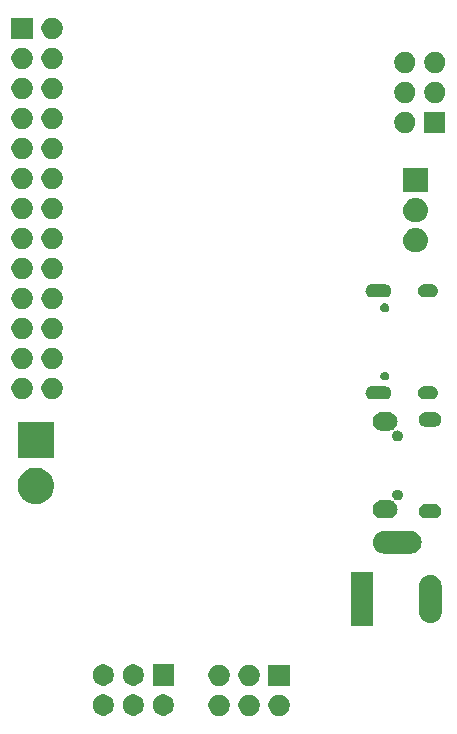
<source format=gbr>
G04 #@! TF.GenerationSoftware,KiCad,Pcbnew,5.1.5+dfsg1-2build2*
G04 #@! TF.CreationDate,2020-06-27T19:39:02+07:00*
G04 #@! TF.ProjectId,wrover_the_thesis,77726f76-6572-45f7-9468-655f74686573,rev?*
G04 #@! TF.SameCoordinates,Original*
G04 #@! TF.FileFunction,Soldermask,Bot*
G04 #@! TF.FilePolarity,Negative*
%FSLAX46Y46*%
G04 Gerber Fmt 4.6, Leading zero omitted, Abs format (unit mm)*
G04 Created by KiCad (PCBNEW 5.1.5+dfsg1-2build2) date 2020-06-27 19:39:02*
%MOMM*%
%LPD*%
G04 APERTURE LIST*
%ADD10C,0.100000*%
G04 APERTURE END LIST*
D10*
G36*
X76733512Y-104663927D02*
G01*
X76882812Y-104693624D01*
X77046784Y-104761544D01*
X77194354Y-104860147D01*
X77319853Y-104985646D01*
X77418456Y-105133216D01*
X77486376Y-105297188D01*
X77521000Y-105471259D01*
X77521000Y-105648741D01*
X77486376Y-105822812D01*
X77418456Y-105986784D01*
X77319853Y-106134354D01*
X77194354Y-106259853D01*
X77046784Y-106358456D01*
X76882812Y-106426376D01*
X76733512Y-106456073D01*
X76708742Y-106461000D01*
X76531258Y-106461000D01*
X76506488Y-106456073D01*
X76357188Y-106426376D01*
X76193216Y-106358456D01*
X76045646Y-106259853D01*
X75920147Y-106134354D01*
X75821544Y-105986784D01*
X75753624Y-105822812D01*
X75719000Y-105648741D01*
X75719000Y-105471259D01*
X75753624Y-105297188D01*
X75821544Y-105133216D01*
X75920147Y-104985646D01*
X76045646Y-104860147D01*
X76193216Y-104761544D01*
X76357188Y-104693624D01*
X76506488Y-104663927D01*
X76531258Y-104659000D01*
X76708742Y-104659000D01*
X76733512Y-104663927D01*
G37*
G36*
X74193512Y-104663927D02*
G01*
X74342812Y-104693624D01*
X74506784Y-104761544D01*
X74654354Y-104860147D01*
X74779853Y-104985646D01*
X74878456Y-105133216D01*
X74946376Y-105297188D01*
X74981000Y-105471259D01*
X74981000Y-105648741D01*
X74946376Y-105822812D01*
X74878456Y-105986784D01*
X74779853Y-106134354D01*
X74654354Y-106259853D01*
X74506784Y-106358456D01*
X74342812Y-106426376D01*
X74193512Y-106456073D01*
X74168742Y-106461000D01*
X73991258Y-106461000D01*
X73966488Y-106456073D01*
X73817188Y-106426376D01*
X73653216Y-106358456D01*
X73505646Y-106259853D01*
X73380147Y-106134354D01*
X73281544Y-105986784D01*
X73213624Y-105822812D01*
X73179000Y-105648741D01*
X73179000Y-105471259D01*
X73213624Y-105297188D01*
X73281544Y-105133216D01*
X73380147Y-104985646D01*
X73505646Y-104860147D01*
X73653216Y-104761544D01*
X73817188Y-104693624D01*
X73966488Y-104663927D01*
X73991258Y-104659000D01*
X74168742Y-104659000D01*
X74193512Y-104663927D01*
G37*
G36*
X71653512Y-104663927D02*
G01*
X71802812Y-104693624D01*
X71966784Y-104761544D01*
X72114354Y-104860147D01*
X72239853Y-104985646D01*
X72338456Y-105133216D01*
X72406376Y-105297188D01*
X72441000Y-105471259D01*
X72441000Y-105648741D01*
X72406376Y-105822812D01*
X72338456Y-105986784D01*
X72239853Y-106134354D01*
X72114354Y-106259853D01*
X71966784Y-106358456D01*
X71802812Y-106426376D01*
X71653512Y-106456073D01*
X71628742Y-106461000D01*
X71451258Y-106461000D01*
X71426488Y-106456073D01*
X71277188Y-106426376D01*
X71113216Y-106358456D01*
X70965646Y-106259853D01*
X70840147Y-106134354D01*
X70741544Y-105986784D01*
X70673624Y-105822812D01*
X70639000Y-105648741D01*
X70639000Y-105471259D01*
X70673624Y-105297188D01*
X70741544Y-105133216D01*
X70840147Y-104985646D01*
X70965646Y-104860147D01*
X71113216Y-104761544D01*
X71277188Y-104693624D01*
X71426488Y-104663927D01*
X71451258Y-104659000D01*
X71628742Y-104659000D01*
X71653512Y-104663927D01*
G37*
G36*
X61843512Y-104643927D02*
G01*
X61992812Y-104673624D01*
X62156784Y-104741544D01*
X62304354Y-104840147D01*
X62429853Y-104965646D01*
X62528456Y-105113216D01*
X62596376Y-105277188D01*
X62631000Y-105451259D01*
X62631000Y-105628741D01*
X62596376Y-105802812D01*
X62528456Y-105966784D01*
X62429853Y-106114354D01*
X62304354Y-106239853D01*
X62156784Y-106338456D01*
X61992812Y-106406376D01*
X61843512Y-106436073D01*
X61818742Y-106441000D01*
X61641258Y-106441000D01*
X61616488Y-106436073D01*
X61467188Y-106406376D01*
X61303216Y-106338456D01*
X61155646Y-106239853D01*
X61030147Y-106114354D01*
X60931544Y-105966784D01*
X60863624Y-105802812D01*
X60829000Y-105628741D01*
X60829000Y-105451259D01*
X60863624Y-105277188D01*
X60931544Y-105113216D01*
X61030147Y-104965646D01*
X61155646Y-104840147D01*
X61303216Y-104741544D01*
X61467188Y-104673624D01*
X61616488Y-104643927D01*
X61641258Y-104639000D01*
X61818742Y-104639000D01*
X61843512Y-104643927D01*
G37*
G36*
X66923512Y-104643927D02*
G01*
X67072812Y-104673624D01*
X67236784Y-104741544D01*
X67384354Y-104840147D01*
X67509853Y-104965646D01*
X67608456Y-105113216D01*
X67676376Y-105277188D01*
X67711000Y-105451259D01*
X67711000Y-105628741D01*
X67676376Y-105802812D01*
X67608456Y-105966784D01*
X67509853Y-106114354D01*
X67384354Y-106239853D01*
X67236784Y-106338456D01*
X67072812Y-106406376D01*
X66923512Y-106436073D01*
X66898742Y-106441000D01*
X66721258Y-106441000D01*
X66696488Y-106436073D01*
X66547188Y-106406376D01*
X66383216Y-106338456D01*
X66235646Y-106239853D01*
X66110147Y-106114354D01*
X66011544Y-105966784D01*
X65943624Y-105802812D01*
X65909000Y-105628741D01*
X65909000Y-105451259D01*
X65943624Y-105277188D01*
X66011544Y-105113216D01*
X66110147Y-104965646D01*
X66235646Y-104840147D01*
X66383216Y-104741544D01*
X66547188Y-104673624D01*
X66696488Y-104643927D01*
X66721258Y-104639000D01*
X66898742Y-104639000D01*
X66923512Y-104643927D01*
G37*
G36*
X64383512Y-104643927D02*
G01*
X64532812Y-104673624D01*
X64696784Y-104741544D01*
X64844354Y-104840147D01*
X64969853Y-104965646D01*
X65068456Y-105113216D01*
X65136376Y-105277188D01*
X65171000Y-105451259D01*
X65171000Y-105628741D01*
X65136376Y-105802812D01*
X65068456Y-105966784D01*
X64969853Y-106114354D01*
X64844354Y-106239853D01*
X64696784Y-106338456D01*
X64532812Y-106406376D01*
X64383512Y-106436073D01*
X64358742Y-106441000D01*
X64181258Y-106441000D01*
X64156488Y-106436073D01*
X64007188Y-106406376D01*
X63843216Y-106338456D01*
X63695646Y-106239853D01*
X63570147Y-106114354D01*
X63471544Y-105966784D01*
X63403624Y-105802812D01*
X63369000Y-105628741D01*
X63369000Y-105451259D01*
X63403624Y-105277188D01*
X63471544Y-105113216D01*
X63570147Y-104965646D01*
X63695646Y-104840147D01*
X63843216Y-104741544D01*
X64007188Y-104673624D01*
X64156488Y-104643927D01*
X64181258Y-104639000D01*
X64358742Y-104639000D01*
X64383512Y-104643927D01*
G37*
G36*
X77521000Y-103921000D02*
G01*
X75719000Y-103921000D01*
X75719000Y-102119000D01*
X77521000Y-102119000D01*
X77521000Y-103921000D01*
G37*
G36*
X71653512Y-102123927D02*
G01*
X71802812Y-102153624D01*
X71966784Y-102221544D01*
X72114354Y-102320147D01*
X72239853Y-102445646D01*
X72338456Y-102593216D01*
X72406376Y-102757188D01*
X72441000Y-102931259D01*
X72441000Y-103108741D01*
X72406376Y-103282812D01*
X72338456Y-103446784D01*
X72239853Y-103594354D01*
X72114354Y-103719853D01*
X71966784Y-103818456D01*
X71802812Y-103886376D01*
X71653512Y-103916073D01*
X71628742Y-103921000D01*
X71451258Y-103921000D01*
X71426488Y-103916073D01*
X71277188Y-103886376D01*
X71113216Y-103818456D01*
X70965646Y-103719853D01*
X70840147Y-103594354D01*
X70741544Y-103446784D01*
X70673624Y-103282812D01*
X70639000Y-103108741D01*
X70639000Y-102931259D01*
X70673624Y-102757188D01*
X70741544Y-102593216D01*
X70840147Y-102445646D01*
X70965646Y-102320147D01*
X71113216Y-102221544D01*
X71277188Y-102153624D01*
X71426488Y-102123927D01*
X71451258Y-102119000D01*
X71628742Y-102119000D01*
X71653512Y-102123927D01*
G37*
G36*
X74193512Y-102123927D02*
G01*
X74342812Y-102153624D01*
X74506784Y-102221544D01*
X74654354Y-102320147D01*
X74779853Y-102445646D01*
X74878456Y-102593216D01*
X74946376Y-102757188D01*
X74981000Y-102931259D01*
X74981000Y-103108741D01*
X74946376Y-103282812D01*
X74878456Y-103446784D01*
X74779853Y-103594354D01*
X74654354Y-103719853D01*
X74506784Y-103818456D01*
X74342812Y-103886376D01*
X74193512Y-103916073D01*
X74168742Y-103921000D01*
X73991258Y-103921000D01*
X73966488Y-103916073D01*
X73817188Y-103886376D01*
X73653216Y-103818456D01*
X73505646Y-103719853D01*
X73380147Y-103594354D01*
X73281544Y-103446784D01*
X73213624Y-103282812D01*
X73179000Y-103108741D01*
X73179000Y-102931259D01*
X73213624Y-102757188D01*
X73281544Y-102593216D01*
X73380147Y-102445646D01*
X73505646Y-102320147D01*
X73653216Y-102221544D01*
X73817188Y-102153624D01*
X73966488Y-102123927D01*
X73991258Y-102119000D01*
X74168742Y-102119000D01*
X74193512Y-102123927D01*
G37*
G36*
X67711000Y-103901000D02*
G01*
X65909000Y-103901000D01*
X65909000Y-102099000D01*
X67711000Y-102099000D01*
X67711000Y-103901000D01*
G37*
G36*
X64383512Y-102103927D02*
G01*
X64532812Y-102133624D01*
X64696784Y-102201544D01*
X64844354Y-102300147D01*
X64969853Y-102425646D01*
X65068456Y-102573216D01*
X65136376Y-102737188D01*
X65171000Y-102911259D01*
X65171000Y-103088741D01*
X65136376Y-103262812D01*
X65068456Y-103426784D01*
X64969853Y-103574354D01*
X64844354Y-103699853D01*
X64696784Y-103798456D01*
X64532812Y-103866376D01*
X64383512Y-103896073D01*
X64358742Y-103901000D01*
X64181258Y-103901000D01*
X64156488Y-103896073D01*
X64007188Y-103866376D01*
X63843216Y-103798456D01*
X63695646Y-103699853D01*
X63570147Y-103574354D01*
X63471544Y-103426784D01*
X63403624Y-103262812D01*
X63369000Y-103088741D01*
X63369000Y-102911259D01*
X63403624Y-102737188D01*
X63471544Y-102573216D01*
X63570147Y-102425646D01*
X63695646Y-102300147D01*
X63843216Y-102201544D01*
X64007188Y-102133624D01*
X64156488Y-102103927D01*
X64181258Y-102099000D01*
X64358742Y-102099000D01*
X64383512Y-102103927D01*
G37*
G36*
X61843512Y-102103927D02*
G01*
X61992812Y-102133624D01*
X62156784Y-102201544D01*
X62304354Y-102300147D01*
X62429853Y-102425646D01*
X62528456Y-102573216D01*
X62596376Y-102737188D01*
X62631000Y-102911259D01*
X62631000Y-103088741D01*
X62596376Y-103262812D01*
X62528456Y-103426784D01*
X62429853Y-103574354D01*
X62304354Y-103699853D01*
X62156784Y-103798456D01*
X61992812Y-103866376D01*
X61843512Y-103896073D01*
X61818742Y-103901000D01*
X61641258Y-103901000D01*
X61616488Y-103896073D01*
X61467188Y-103866376D01*
X61303216Y-103798456D01*
X61155646Y-103699853D01*
X61030147Y-103574354D01*
X60931544Y-103426784D01*
X60863624Y-103262812D01*
X60829000Y-103088741D01*
X60829000Y-102911259D01*
X60863624Y-102737188D01*
X60931544Y-102573216D01*
X61030147Y-102425646D01*
X61155646Y-102300147D01*
X61303216Y-102201544D01*
X61467188Y-102133624D01*
X61616488Y-102103927D01*
X61641258Y-102099000D01*
X61818742Y-102099000D01*
X61843512Y-102103927D01*
G37*
G36*
X84581000Y-98811000D02*
G01*
X82679000Y-98811000D01*
X82679000Y-94309000D01*
X84581000Y-94309000D01*
X84581000Y-98811000D01*
G37*
G36*
X89616424Y-94522760D02*
G01*
X89616427Y-94522761D01*
X89616428Y-94522761D01*
X89795692Y-94577140D01*
X89795695Y-94577142D01*
X89795696Y-94577142D01*
X89960903Y-94665446D01*
X90105712Y-94784288D01*
X90224554Y-94929097D01*
X90312858Y-95094303D01*
X90312860Y-95094307D01*
X90312860Y-95094308D01*
X90367240Y-95273575D01*
X90381000Y-95413282D01*
X90381000Y-97706718D01*
X90367240Y-97846425D01*
X90367239Y-97846428D01*
X90367239Y-97846429D01*
X90312860Y-98025693D01*
X90312858Y-98025696D01*
X90312858Y-98025697D01*
X90224554Y-98190903D01*
X90105712Y-98335712D01*
X89960903Y-98454554D01*
X89795697Y-98542858D01*
X89795693Y-98542860D01*
X89616429Y-98597239D01*
X89616428Y-98597239D01*
X89616425Y-98597240D01*
X89430000Y-98615601D01*
X89243576Y-98597240D01*
X89243573Y-98597239D01*
X89243572Y-98597239D01*
X89064308Y-98542860D01*
X89064304Y-98542858D01*
X88899098Y-98454554D01*
X88754289Y-98335712D01*
X88635447Y-98190903D01*
X88547143Y-98025697D01*
X88547143Y-98025696D01*
X88547141Y-98025693D01*
X88492762Y-97846429D01*
X88492762Y-97846428D01*
X88492761Y-97846425D01*
X88479001Y-97706718D01*
X88479000Y-95413283D01*
X88492760Y-95273576D01*
X88492761Y-95273572D01*
X88547140Y-95094308D01*
X88547143Y-95094303D01*
X88635446Y-94929097D01*
X88754288Y-94784288D01*
X88899097Y-94665446D01*
X89064303Y-94577142D01*
X89064304Y-94577142D01*
X89064307Y-94577140D01*
X89243571Y-94522761D01*
X89243572Y-94522761D01*
X89243575Y-94522760D01*
X89430000Y-94504399D01*
X89616424Y-94522760D01*
G37*
G36*
X87916425Y-90822760D02*
G01*
X87916428Y-90822761D01*
X87916429Y-90822761D01*
X88095693Y-90877140D01*
X88095696Y-90877142D01*
X88095697Y-90877142D01*
X88260903Y-90965446D01*
X88405712Y-91084288D01*
X88524554Y-91229097D01*
X88612858Y-91394303D01*
X88612860Y-91394307D01*
X88667239Y-91573571D01*
X88667240Y-91573575D01*
X88685601Y-91760000D01*
X88667240Y-91946425D01*
X88667239Y-91946428D01*
X88667239Y-91946429D01*
X88612860Y-92125693D01*
X88612858Y-92125696D01*
X88612858Y-92125697D01*
X88524554Y-92290903D01*
X88405712Y-92435712D01*
X88260903Y-92554554D01*
X88095697Y-92642858D01*
X88095693Y-92642860D01*
X87916429Y-92697239D01*
X87916428Y-92697239D01*
X87916425Y-92697240D01*
X87776718Y-92711000D01*
X85483282Y-92711000D01*
X85343575Y-92697240D01*
X85343572Y-92697239D01*
X85343571Y-92697239D01*
X85164307Y-92642860D01*
X85164303Y-92642858D01*
X84999097Y-92554554D01*
X84854288Y-92435712D01*
X84735446Y-92290903D01*
X84647142Y-92125697D01*
X84647142Y-92125696D01*
X84647140Y-92125693D01*
X84592761Y-91946429D01*
X84592761Y-91946428D01*
X84592760Y-91946425D01*
X84574399Y-91760000D01*
X84592760Y-91573575D01*
X84592761Y-91573571D01*
X84647140Y-91394307D01*
X84647142Y-91394303D01*
X84735446Y-91229097D01*
X84854288Y-91084288D01*
X84999097Y-90965446D01*
X85164303Y-90877142D01*
X85164304Y-90877142D01*
X85164307Y-90877140D01*
X85343571Y-90822761D01*
X85343572Y-90822761D01*
X85343575Y-90822760D01*
X85483282Y-90809000D01*
X87776718Y-90809000D01*
X87916425Y-90822760D01*
G37*
G36*
X86771552Y-87311331D02*
G01*
X86853627Y-87345328D01*
X86853629Y-87345329D01*
X86890813Y-87370175D01*
X86927495Y-87394685D01*
X86990315Y-87457505D01*
X87039672Y-87531373D01*
X87073669Y-87613448D01*
X87091000Y-87700579D01*
X87091000Y-87789421D01*
X87073669Y-87876552D01*
X87039672Y-87958627D01*
X87039671Y-87958629D01*
X86990314Y-88032496D01*
X86927496Y-88095314D01*
X86853629Y-88144671D01*
X86853628Y-88144672D01*
X86853627Y-88144672D01*
X86771552Y-88178669D01*
X86684421Y-88196000D01*
X86595579Y-88196000D01*
X86506054Y-88178193D01*
X86487257Y-88172490D01*
X86462871Y-88170088D01*
X86438485Y-88172489D01*
X86415036Y-88179602D01*
X86393425Y-88191153D01*
X86374483Y-88206698D01*
X86358937Y-88225639D01*
X86347386Y-88247250D01*
X86340272Y-88270699D01*
X86337870Y-88295085D01*
X86340271Y-88319471D01*
X86347384Y-88342920D01*
X86358935Y-88364531D01*
X86374480Y-88383473D01*
X86383570Y-88391712D01*
X86416367Y-88418628D01*
X86476530Y-88491937D01*
X86508589Y-88531000D01*
X86513345Y-88536796D01*
X86585398Y-88671598D01*
X86629772Y-88817879D01*
X86644754Y-88970000D01*
X86629772Y-89122121D01*
X86585398Y-89268402D01*
X86513345Y-89403204D01*
X86513343Y-89403207D01*
X86513342Y-89403208D01*
X86416369Y-89521369D01*
X86298204Y-89618345D01*
X86163402Y-89690398D01*
X86017121Y-89734772D01*
X85903118Y-89746000D01*
X85276882Y-89746000D01*
X85162879Y-89734772D01*
X85016598Y-89690398D01*
X84881796Y-89618345D01*
X84763631Y-89521369D01*
X84666658Y-89403208D01*
X84666657Y-89403207D01*
X84666655Y-89403204D01*
X84594602Y-89268402D01*
X84550228Y-89122121D01*
X84535246Y-88970000D01*
X84550228Y-88817879D01*
X84594602Y-88671598D01*
X84666655Y-88536796D01*
X84671412Y-88531000D01*
X84763631Y-88418631D01*
X84881792Y-88321658D01*
X84881793Y-88321657D01*
X84881796Y-88321655D01*
X85016598Y-88249602D01*
X85162879Y-88205228D01*
X85276882Y-88194000D01*
X85903118Y-88194000D01*
X86017121Y-88205228D01*
X86169336Y-88251402D01*
X86180561Y-88256052D01*
X86204595Y-88260833D01*
X86229099Y-88260833D01*
X86253132Y-88256054D01*
X86275771Y-88246677D01*
X86296146Y-88233064D01*
X86313473Y-88215737D01*
X86327088Y-88195363D01*
X86336466Y-88172725D01*
X86341247Y-88148691D01*
X86341247Y-88124187D01*
X86336468Y-88100154D01*
X86327091Y-88077515D01*
X86313478Y-88057140D01*
X86305238Y-88048048D01*
X86289685Y-88032495D01*
X86240328Y-87958627D01*
X86206331Y-87876552D01*
X86189000Y-87789421D01*
X86189000Y-87700579D01*
X86206331Y-87613448D01*
X86240328Y-87531373D01*
X86289685Y-87457505D01*
X86352505Y-87394685D01*
X86389187Y-87370175D01*
X86426371Y-87345329D01*
X86426373Y-87345328D01*
X86508448Y-87311331D01*
X86595579Y-87294000D01*
X86684421Y-87294000D01*
X86771552Y-87311331D01*
G37*
G36*
X89837715Y-88503058D02*
G01*
X89933753Y-88532191D01*
X89948935Y-88536796D01*
X89955722Y-88538855D01*
X90064468Y-88596981D01*
X90159790Y-88675210D01*
X90238019Y-88770532D01*
X90296145Y-88879278D01*
X90331942Y-88997285D01*
X90344028Y-89120000D01*
X90331942Y-89242715D01*
X90296145Y-89360722D01*
X90238019Y-89469468D01*
X90159790Y-89564790D01*
X90064468Y-89643019D01*
X89955722Y-89701145D01*
X89837715Y-89736942D01*
X89745746Y-89746000D01*
X89034254Y-89746000D01*
X88942285Y-89736942D01*
X88824278Y-89701145D01*
X88715532Y-89643019D01*
X88620210Y-89564790D01*
X88541981Y-89469468D01*
X88483855Y-89360722D01*
X88448058Y-89242715D01*
X88435972Y-89120000D01*
X88448058Y-88997285D01*
X88483855Y-88879278D01*
X88541981Y-88770532D01*
X88620210Y-88675210D01*
X88715532Y-88596981D01*
X88824278Y-88538855D01*
X88831066Y-88536796D01*
X88846247Y-88532191D01*
X88942285Y-88503058D01*
X89034254Y-88494000D01*
X89745746Y-88494000D01*
X89837715Y-88503058D01*
G37*
G36*
X56322585Y-85458802D02*
G01*
X56472410Y-85488604D01*
X56754674Y-85605521D01*
X57008705Y-85775259D01*
X57224741Y-85991295D01*
X57394479Y-86245326D01*
X57511396Y-86527590D01*
X57571000Y-86827240D01*
X57571000Y-87132760D01*
X57511396Y-87432410D01*
X57394479Y-87714674D01*
X57224741Y-87968705D01*
X57008705Y-88184741D01*
X56754674Y-88354479D01*
X56472410Y-88471396D01*
X56358772Y-88494000D01*
X56172761Y-88531000D01*
X55867239Y-88531000D01*
X55681228Y-88494000D01*
X55567590Y-88471396D01*
X55285326Y-88354479D01*
X55031295Y-88184741D01*
X54815259Y-87968705D01*
X54645521Y-87714674D01*
X54528604Y-87432410D01*
X54469000Y-87132760D01*
X54469000Y-86827240D01*
X54528604Y-86527590D01*
X54645521Y-86245326D01*
X54815259Y-85991295D01*
X55031295Y-85775259D01*
X55285326Y-85605521D01*
X55567590Y-85488604D01*
X55717415Y-85458802D01*
X55867239Y-85429000D01*
X56172761Y-85429000D01*
X56322585Y-85458802D01*
G37*
G36*
X57571000Y-84651000D02*
G01*
X54469000Y-84651000D01*
X54469000Y-81549000D01*
X57571000Y-81549000D01*
X57571000Y-84651000D01*
G37*
G36*
X86017121Y-80755228D02*
G01*
X86163402Y-80799602D01*
X86298204Y-80871655D01*
X86298207Y-80871657D01*
X86298208Y-80871658D01*
X86416369Y-80968631D01*
X86458963Y-81020531D01*
X86513345Y-81086796D01*
X86585398Y-81221598D01*
X86629772Y-81367879D01*
X86644754Y-81520000D01*
X86629772Y-81672121D01*
X86585398Y-81818402D01*
X86513345Y-81953204D01*
X86416367Y-82071372D01*
X86383570Y-82098288D01*
X86366243Y-82115615D01*
X86352630Y-82135989D01*
X86343252Y-82158628D01*
X86338472Y-82182661D01*
X86338472Y-82207165D01*
X86343252Y-82231199D01*
X86352630Y-82253837D01*
X86366244Y-82274212D01*
X86383571Y-82291539D01*
X86403945Y-82305152D01*
X86426584Y-82314530D01*
X86450617Y-82319310D01*
X86475121Y-82319310D01*
X86499155Y-82314530D01*
X86507649Y-82311490D01*
X86595579Y-82294000D01*
X86684421Y-82294000D01*
X86771552Y-82311331D01*
X86853627Y-82345328D01*
X86853629Y-82345329D01*
X86865953Y-82353564D01*
X86927495Y-82394685D01*
X86990315Y-82457505D01*
X87039672Y-82531373D01*
X87073669Y-82613448D01*
X87091000Y-82700579D01*
X87091000Y-82789421D01*
X87073669Y-82876552D01*
X87039672Y-82958627D01*
X87039671Y-82958629D01*
X86990314Y-83032496D01*
X86927496Y-83095314D01*
X86853629Y-83144671D01*
X86853628Y-83144672D01*
X86853627Y-83144672D01*
X86771552Y-83178669D01*
X86684421Y-83196000D01*
X86595579Y-83196000D01*
X86508448Y-83178669D01*
X86426373Y-83144672D01*
X86426372Y-83144672D01*
X86426371Y-83144671D01*
X86352504Y-83095314D01*
X86289686Y-83032496D01*
X86240329Y-82958629D01*
X86240328Y-82958627D01*
X86206331Y-82876552D01*
X86189000Y-82789421D01*
X86189000Y-82700579D01*
X86206331Y-82613448D01*
X86240328Y-82531373D01*
X86289685Y-82457505D01*
X86305238Y-82441952D01*
X86320783Y-82423010D01*
X86332334Y-82401399D01*
X86339447Y-82377950D01*
X86341849Y-82353564D01*
X86339447Y-82329178D01*
X86332334Y-82305729D01*
X86320783Y-82284118D01*
X86305238Y-82265176D01*
X86286296Y-82249631D01*
X86264685Y-82238080D01*
X86241236Y-82230967D01*
X86216850Y-82228565D01*
X86192464Y-82230967D01*
X86169015Y-82238080D01*
X86165386Y-82239796D01*
X86163400Y-82240398D01*
X86163399Y-82240399D01*
X86132965Y-82249631D01*
X86017121Y-82284772D01*
X85903118Y-82296000D01*
X85276882Y-82296000D01*
X85162879Y-82284772D01*
X85016598Y-82240398D01*
X84881796Y-82168345D01*
X84817545Y-82115615D01*
X84763631Y-82071369D01*
X84666658Y-81953208D01*
X84666657Y-81953207D01*
X84666655Y-81953204D01*
X84594602Y-81818402D01*
X84550228Y-81672121D01*
X84535246Y-81520000D01*
X84550228Y-81367879D01*
X84594602Y-81221598D01*
X84666655Y-81086796D01*
X84721038Y-81020531D01*
X84763631Y-80968631D01*
X84881792Y-80871658D01*
X84881793Y-80871657D01*
X84881796Y-80871655D01*
X85016598Y-80799602D01*
X85162879Y-80755228D01*
X85276882Y-80744000D01*
X85903118Y-80744000D01*
X86017121Y-80755228D01*
G37*
G36*
X89837715Y-80753058D02*
G01*
X89955722Y-80788855D01*
X90064468Y-80846981D01*
X90159790Y-80925210D01*
X90238019Y-81020532D01*
X90296145Y-81129278D01*
X90331942Y-81247285D01*
X90344028Y-81370000D01*
X90331942Y-81492715D01*
X90296145Y-81610722D01*
X90238019Y-81719468D01*
X90159790Y-81814790D01*
X90064468Y-81893019D01*
X89955722Y-81951145D01*
X89955719Y-81951146D01*
X89948921Y-81953208D01*
X89837715Y-81986942D01*
X89745746Y-81996000D01*
X89034254Y-81996000D01*
X88942285Y-81986942D01*
X88831079Y-81953208D01*
X88824281Y-81951146D01*
X88824278Y-81951145D01*
X88715532Y-81893019D01*
X88620210Y-81814790D01*
X88541981Y-81719468D01*
X88483855Y-81610722D01*
X88448058Y-81492715D01*
X88435972Y-81370000D01*
X88448058Y-81247285D01*
X88483855Y-81129278D01*
X88541981Y-81020532D01*
X88620210Y-80925210D01*
X88715532Y-80846981D01*
X88824278Y-80788855D01*
X88942285Y-80753058D01*
X89034254Y-80744000D01*
X89745746Y-80744000D01*
X89837715Y-80753058D01*
G37*
G36*
X85688015Y-78566973D02*
G01*
X85791879Y-78598479D01*
X85819055Y-78613005D01*
X85887600Y-78649643D01*
X85971501Y-78718499D01*
X86040357Y-78802400D01*
X86076995Y-78870945D01*
X86091521Y-78898121D01*
X86123027Y-79001985D01*
X86133666Y-79110000D01*
X86123027Y-79218015D01*
X86091521Y-79321879D01*
X86091519Y-79321882D01*
X86040357Y-79417600D01*
X85971501Y-79501501D01*
X85887600Y-79570357D01*
X85819055Y-79606995D01*
X85791879Y-79621521D01*
X85688015Y-79653027D01*
X85607067Y-79661000D01*
X84452933Y-79661000D01*
X84371985Y-79653027D01*
X84268121Y-79621521D01*
X84240945Y-79606995D01*
X84172400Y-79570357D01*
X84088499Y-79501501D01*
X84019643Y-79417600D01*
X83968481Y-79321882D01*
X83968479Y-79321879D01*
X83936973Y-79218015D01*
X83926334Y-79110000D01*
X83936973Y-79001985D01*
X83968479Y-78898121D01*
X83983005Y-78870945D01*
X84019643Y-78802400D01*
X84088499Y-78718499D01*
X84172400Y-78649643D01*
X84240945Y-78613005D01*
X84268121Y-78598479D01*
X84371985Y-78566973D01*
X84452933Y-78559000D01*
X85607067Y-78559000D01*
X85688015Y-78566973D01*
G37*
G36*
X89618015Y-78566973D02*
G01*
X89721879Y-78598479D01*
X89749055Y-78613005D01*
X89817600Y-78649643D01*
X89901501Y-78718499D01*
X89970357Y-78802400D01*
X90006995Y-78870945D01*
X90021521Y-78898121D01*
X90053027Y-79001985D01*
X90063666Y-79110000D01*
X90053027Y-79218015D01*
X90021521Y-79321879D01*
X90021519Y-79321882D01*
X89970357Y-79417600D01*
X89901501Y-79501501D01*
X89817600Y-79570357D01*
X89749055Y-79606995D01*
X89721879Y-79621521D01*
X89618015Y-79653027D01*
X89537067Y-79661000D01*
X88882933Y-79661000D01*
X88801985Y-79653027D01*
X88698121Y-79621521D01*
X88670945Y-79606995D01*
X88602400Y-79570357D01*
X88518499Y-79501501D01*
X88449643Y-79417600D01*
X88398481Y-79321882D01*
X88398479Y-79321879D01*
X88366973Y-79218015D01*
X88356334Y-79110000D01*
X88366973Y-79001985D01*
X88398479Y-78898121D01*
X88413005Y-78870945D01*
X88449643Y-78802400D01*
X88518499Y-78718499D01*
X88602400Y-78649643D01*
X88670945Y-78613005D01*
X88698121Y-78598479D01*
X88801985Y-78566973D01*
X88882933Y-78559000D01*
X89537067Y-78559000D01*
X89618015Y-78566973D01*
G37*
G36*
X57513512Y-77833927D02*
G01*
X57662812Y-77863624D01*
X57826784Y-77931544D01*
X57974354Y-78030147D01*
X58099853Y-78155646D01*
X58198456Y-78303216D01*
X58266376Y-78467188D01*
X58301000Y-78641259D01*
X58301000Y-78818741D01*
X58266376Y-78992812D01*
X58198456Y-79156784D01*
X58099853Y-79304354D01*
X57974354Y-79429853D01*
X57826784Y-79528456D01*
X57662812Y-79596376D01*
X57513512Y-79626073D01*
X57488742Y-79631000D01*
X57311258Y-79631000D01*
X57286488Y-79626073D01*
X57137188Y-79596376D01*
X56973216Y-79528456D01*
X56825646Y-79429853D01*
X56700147Y-79304354D01*
X56601544Y-79156784D01*
X56533624Y-78992812D01*
X56499000Y-78818741D01*
X56499000Y-78641259D01*
X56533624Y-78467188D01*
X56601544Y-78303216D01*
X56700147Y-78155646D01*
X56825646Y-78030147D01*
X56973216Y-77931544D01*
X57137188Y-77863624D01*
X57286488Y-77833927D01*
X57311258Y-77829000D01*
X57488742Y-77829000D01*
X57513512Y-77833927D01*
G37*
G36*
X54973512Y-77833927D02*
G01*
X55122812Y-77863624D01*
X55286784Y-77931544D01*
X55434354Y-78030147D01*
X55559853Y-78155646D01*
X55658456Y-78303216D01*
X55726376Y-78467188D01*
X55761000Y-78641259D01*
X55761000Y-78818741D01*
X55726376Y-78992812D01*
X55658456Y-79156784D01*
X55559853Y-79304354D01*
X55434354Y-79429853D01*
X55286784Y-79528456D01*
X55122812Y-79596376D01*
X54973512Y-79626073D01*
X54948742Y-79631000D01*
X54771258Y-79631000D01*
X54746488Y-79626073D01*
X54597188Y-79596376D01*
X54433216Y-79528456D01*
X54285646Y-79429853D01*
X54160147Y-79304354D01*
X54061544Y-79156784D01*
X53993624Y-78992812D01*
X53959000Y-78818741D01*
X53959000Y-78641259D01*
X53993624Y-78467188D01*
X54061544Y-78303216D01*
X54160147Y-78155646D01*
X54285646Y-78030147D01*
X54433216Y-77931544D01*
X54597188Y-77863624D01*
X54746488Y-77833927D01*
X54771258Y-77829000D01*
X54948742Y-77829000D01*
X54973512Y-77833927D01*
G37*
G36*
X85669672Y-77318449D02*
G01*
X85669674Y-77318450D01*
X85669675Y-77318450D01*
X85738103Y-77346793D01*
X85799686Y-77387942D01*
X85852058Y-77440314D01*
X85893207Y-77501897D01*
X85921550Y-77570325D01*
X85936000Y-77642967D01*
X85936000Y-77717033D01*
X85921550Y-77789675D01*
X85893207Y-77858103D01*
X85852058Y-77919686D01*
X85799686Y-77972058D01*
X85738103Y-78013207D01*
X85669675Y-78041550D01*
X85669674Y-78041550D01*
X85669672Y-78041551D01*
X85597034Y-78056000D01*
X85522966Y-78056000D01*
X85450328Y-78041551D01*
X85450326Y-78041550D01*
X85450325Y-78041550D01*
X85381897Y-78013207D01*
X85320314Y-77972058D01*
X85267942Y-77919686D01*
X85226793Y-77858103D01*
X85198450Y-77789675D01*
X85184000Y-77717033D01*
X85184000Y-77642967D01*
X85198450Y-77570325D01*
X85226793Y-77501897D01*
X85267942Y-77440314D01*
X85320314Y-77387942D01*
X85381897Y-77346793D01*
X85450325Y-77318450D01*
X85450326Y-77318450D01*
X85450328Y-77318449D01*
X85522966Y-77304000D01*
X85597034Y-77304000D01*
X85669672Y-77318449D01*
G37*
G36*
X54973512Y-75293927D02*
G01*
X55122812Y-75323624D01*
X55286784Y-75391544D01*
X55434354Y-75490147D01*
X55559853Y-75615646D01*
X55658456Y-75763216D01*
X55726376Y-75927188D01*
X55761000Y-76101259D01*
X55761000Y-76278741D01*
X55726376Y-76452812D01*
X55658456Y-76616784D01*
X55559853Y-76764354D01*
X55434354Y-76889853D01*
X55286784Y-76988456D01*
X55122812Y-77056376D01*
X54973512Y-77086073D01*
X54948742Y-77091000D01*
X54771258Y-77091000D01*
X54746488Y-77086073D01*
X54597188Y-77056376D01*
X54433216Y-76988456D01*
X54285646Y-76889853D01*
X54160147Y-76764354D01*
X54061544Y-76616784D01*
X53993624Y-76452812D01*
X53959000Y-76278741D01*
X53959000Y-76101259D01*
X53993624Y-75927188D01*
X54061544Y-75763216D01*
X54160147Y-75615646D01*
X54285646Y-75490147D01*
X54433216Y-75391544D01*
X54597188Y-75323624D01*
X54746488Y-75293927D01*
X54771258Y-75289000D01*
X54948742Y-75289000D01*
X54973512Y-75293927D01*
G37*
G36*
X57513512Y-75293927D02*
G01*
X57662812Y-75323624D01*
X57826784Y-75391544D01*
X57974354Y-75490147D01*
X58099853Y-75615646D01*
X58198456Y-75763216D01*
X58266376Y-75927188D01*
X58301000Y-76101259D01*
X58301000Y-76278741D01*
X58266376Y-76452812D01*
X58198456Y-76616784D01*
X58099853Y-76764354D01*
X57974354Y-76889853D01*
X57826784Y-76988456D01*
X57662812Y-77056376D01*
X57513512Y-77086073D01*
X57488742Y-77091000D01*
X57311258Y-77091000D01*
X57286488Y-77086073D01*
X57137188Y-77056376D01*
X56973216Y-76988456D01*
X56825646Y-76889853D01*
X56700147Y-76764354D01*
X56601544Y-76616784D01*
X56533624Y-76452812D01*
X56499000Y-76278741D01*
X56499000Y-76101259D01*
X56533624Y-75927188D01*
X56601544Y-75763216D01*
X56700147Y-75615646D01*
X56825646Y-75490147D01*
X56973216Y-75391544D01*
X57137188Y-75323624D01*
X57286488Y-75293927D01*
X57311258Y-75289000D01*
X57488742Y-75289000D01*
X57513512Y-75293927D01*
G37*
G36*
X54973512Y-72753927D02*
G01*
X55122812Y-72783624D01*
X55286784Y-72851544D01*
X55434354Y-72950147D01*
X55559853Y-73075646D01*
X55658456Y-73223216D01*
X55726376Y-73387188D01*
X55761000Y-73561259D01*
X55761000Y-73738741D01*
X55726376Y-73912812D01*
X55658456Y-74076784D01*
X55559853Y-74224354D01*
X55434354Y-74349853D01*
X55286784Y-74448456D01*
X55122812Y-74516376D01*
X54973512Y-74546073D01*
X54948742Y-74551000D01*
X54771258Y-74551000D01*
X54746488Y-74546073D01*
X54597188Y-74516376D01*
X54433216Y-74448456D01*
X54285646Y-74349853D01*
X54160147Y-74224354D01*
X54061544Y-74076784D01*
X53993624Y-73912812D01*
X53959000Y-73738741D01*
X53959000Y-73561259D01*
X53993624Y-73387188D01*
X54061544Y-73223216D01*
X54160147Y-73075646D01*
X54285646Y-72950147D01*
X54433216Y-72851544D01*
X54597188Y-72783624D01*
X54746488Y-72753927D01*
X54771258Y-72749000D01*
X54948742Y-72749000D01*
X54973512Y-72753927D01*
G37*
G36*
X57513512Y-72753927D02*
G01*
X57662812Y-72783624D01*
X57826784Y-72851544D01*
X57974354Y-72950147D01*
X58099853Y-73075646D01*
X58198456Y-73223216D01*
X58266376Y-73387188D01*
X58301000Y-73561259D01*
X58301000Y-73738741D01*
X58266376Y-73912812D01*
X58198456Y-74076784D01*
X58099853Y-74224354D01*
X57974354Y-74349853D01*
X57826784Y-74448456D01*
X57662812Y-74516376D01*
X57513512Y-74546073D01*
X57488742Y-74551000D01*
X57311258Y-74551000D01*
X57286488Y-74546073D01*
X57137188Y-74516376D01*
X56973216Y-74448456D01*
X56825646Y-74349853D01*
X56700147Y-74224354D01*
X56601544Y-74076784D01*
X56533624Y-73912812D01*
X56499000Y-73738741D01*
X56499000Y-73561259D01*
X56533624Y-73387188D01*
X56601544Y-73223216D01*
X56700147Y-73075646D01*
X56825646Y-72950147D01*
X56973216Y-72851544D01*
X57137188Y-72783624D01*
X57286488Y-72753927D01*
X57311258Y-72749000D01*
X57488742Y-72749000D01*
X57513512Y-72753927D01*
G37*
G36*
X85669672Y-71538449D02*
G01*
X85669674Y-71538450D01*
X85669675Y-71538450D01*
X85738103Y-71566793D01*
X85799686Y-71607942D01*
X85852058Y-71660314D01*
X85893207Y-71721897D01*
X85921550Y-71790325D01*
X85921551Y-71790328D01*
X85925435Y-71809853D01*
X85936000Y-71862967D01*
X85936000Y-71937033D01*
X85921550Y-72009675D01*
X85893207Y-72078103D01*
X85852058Y-72139686D01*
X85799686Y-72192058D01*
X85738103Y-72233207D01*
X85669675Y-72261550D01*
X85669674Y-72261550D01*
X85669672Y-72261551D01*
X85597034Y-72276000D01*
X85522966Y-72276000D01*
X85450328Y-72261551D01*
X85450326Y-72261550D01*
X85450325Y-72261550D01*
X85381897Y-72233207D01*
X85320314Y-72192058D01*
X85267942Y-72139686D01*
X85226793Y-72078103D01*
X85198450Y-72009675D01*
X85184000Y-71937033D01*
X85184000Y-71862967D01*
X85194565Y-71809853D01*
X85198449Y-71790328D01*
X85198450Y-71790325D01*
X85226793Y-71721897D01*
X85267942Y-71660314D01*
X85320314Y-71607942D01*
X85381897Y-71566793D01*
X85450325Y-71538450D01*
X85450326Y-71538450D01*
X85450328Y-71538449D01*
X85522966Y-71524000D01*
X85597034Y-71524000D01*
X85669672Y-71538449D01*
G37*
G36*
X57513512Y-70213927D02*
G01*
X57662812Y-70243624D01*
X57826784Y-70311544D01*
X57974354Y-70410147D01*
X58099853Y-70535646D01*
X58198456Y-70683216D01*
X58266376Y-70847188D01*
X58293095Y-70981519D01*
X58300949Y-71021000D01*
X58301000Y-71021259D01*
X58301000Y-71198741D01*
X58266376Y-71372812D01*
X58198456Y-71536784D01*
X58099853Y-71684354D01*
X57974354Y-71809853D01*
X57826784Y-71908456D01*
X57662812Y-71976376D01*
X57513512Y-72006073D01*
X57488742Y-72011000D01*
X57311258Y-72011000D01*
X57286488Y-72006073D01*
X57137188Y-71976376D01*
X56973216Y-71908456D01*
X56825646Y-71809853D01*
X56700147Y-71684354D01*
X56601544Y-71536784D01*
X56533624Y-71372812D01*
X56499000Y-71198741D01*
X56499000Y-71021259D01*
X56499052Y-71021000D01*
X56506905Y-70981519D01*
X56533624Y-70847188D01*
X56601544Y-70683216D01*
X56700147Y-70535646D01*
X56825646Y-70410147D01*
X56973216Y-70311544D01*
X57137188Y-70243624D01*
X57286488Y-70213927D01*
X57311258Y-70209000D01*
X57488742Y-70209000D01*
X57513512Y-70213927D01*
G37*
G36*
X54973512Y-70213927D02*
G01*
X55122812Y-70243624D01*
X55286784Y-70311544D01*
X55434354Y-70410147D01*
X55559853Y-70535646D01*
X55658456Y-70683216D01*
X55726376Y-70847188D01*
X55753095Y-70981519D01*
X55760949Y-71021000D01*
X55761000Y-71021259D01*
X55761000Y-71198741D01*
X55726376Y-71372812D01*
X55658456Y-71536784D01*
X55559853Y-71684354D01*
X55434354Y-71809853D01*
X55286784Y-71908456D01*
X55122812Y-71976376D01*
X54973512Y-72006073D01*
X54948742Y-72011000D01*
X54771258Y-72011000D01*
X54746488Y-72006073D01*
X54597188Y-71976376D01*
X54433216Y-71908456D01*
X54285646Y-71809853D01*
X54160147Y-71684354D01*
X54061544Y-71536784D01*
X53993624Y-71372812D01*
X53959000Y-71198741D01*
X53959000Y-71021259D01*
X53959052Y-71021000D01*
X53966905Y-70981519D01*
X53993624Y-70847188D01*
X54061544Y-70683216D01*
X54160147Y-70535646D01*
X54285646Y-70410147D01*
X54433216Y-70311544D01*
X54597188Y-70243624D01*
X54746488Y-70213927D01*
X54771258Y-70209000D01*
X54948742Y-70209000D01*
X54973512Y-70213927D01*
G37*
G36*
X89618015Y-69926973D02*
G01*
X89721879Y-69958479D01*
X89749055Y-69973005D01*
X89817600Y-70009643D01*
X89901501Y-70078499D01*
X89970357Y-70162400D01*
X89995265Y-70209000D01*
X90021521Y-70258121D01*
X90053027Y-70361985D01*
X90063666Y-70470000D01*
X90053027Y-70578015D01*
X90021521Y-70681879D01*
X90021519Y-70681882D01*
X89970357Y-70777600D01*
X89901501Y-70861501D01*
X89817600Y-70930357D01*
X89749055Y-70966995D01*
X89721879Y-70981521D01*
X89618015Y-71013027D01*
X89537067Y-71021000D01*
X88882933Y-71021000D01*
X88801985Y-71013027D01*
X88698121Y-70981521D01*
X88670945Y-70966995D01*
X88602400Y-70930357D01*
X88518499Y-70861501D01*
X88449643Y-70777600D01*
X88398481Y-70681882D01*
X88398479Y-70681879D01*
X88366973Y-70578015D01*
X88356334Y-70470000D01*
X88366973Y-70361985D01*
X88398479Y-70258121D01*
X88424735Y-70209000D01*
X88449643Y-70162400D01*
X88518499Y-70078499D01*
X88602400Y-70009643D01*
X88670945Y-69973005D01*
X88698121Y-69958479D01*
X88801985Y-69926973D01*
X88882933Y-69919000D01*
X89537067Y-69919000D01*
X89618015Y-69926973D01*
G37*
G36*
X85688015Y-69926973D02*
G01*
X85791879Y-69958479D01*
X85819055Y-69973005D01*
X85887600Y-70009643D01*
X85971501Y-70078499D01*
X86040357Y-70162400D01*
X86065265Y-70209000D01*
X86091521Y-70258121D01*
X86123027Y-70361985D01*
X86133666Y-70470000D01*
X86123027Y-70578015D01*
X86091521Y-70681879D01*
X86091519Y-70681882D01*
X86040357Y-70777600D01*
X85971501Y-70861501D01*
X85887600Y-70930357D01*
X85819055Y-70966995D01*
X85791879Y-70981521D01*
X85688015Y-71013027D01*
X85607067Y-71021000D01*
X84452933Y-71021000D01*
X84371985Y-71013027D01*
X84268121Y-70981521D01*
X84240945Y-70966995D01*
X84172400Y-70930357D01*
X84088499Y-70861501D01*
X84019643Y-70777600D01*
X83968481Y-70681882D01*
X83968479Y-70681879D01*
X83936973Y-70578015D01*
X83926334Y-70470000D01*
X83936973Y-70361985D01*
X83968479Y-70258121D01*
X83994735Y-70209000D01*
X84019643Y-70162400D01*
X84088499Y-70078499D01*
X84172400Y-70009643D01*
X84240945Y-69973005D01*
X84268121Y-69958479D01*
X84371985Y-69926973D01*
X84452933Y-69919000D01*
X85607067Y-69919000D01*
X85688015Y-69926973D01*
G37*
G36*
X54973512Y-67673927D02*
G01*
X55122812Y-67703624D01*
X55286784Y-67771544D01*
X55434354Y-67870147D01*
X55559853Y-67995646D01*
X55658456Y-68143216D01*
X55726376Y-68307188D01*
X55761000Y-68481259D01*
X55761000Y-68658741D01*
X55726376Y-68832812D01*
X55658456Y-68996784D01*
X55559853Y-69144354D01*
X55434354Y-69269853D01*
X55286784Y-69368456D01*
X55122812Y-69436376D01*
X54973512Y-69466073D01*
X54948742Y-69471000D01*
X54771258Y-69471000D01*
X54746488Y-69466073D01*
X54597188Y-69436376D01*
X54433216Y-69368456D01*
X54285646Y-69269853D01*
X54160147Y-69144354D01*
X54061544Y-68996784D01*
X53993624Y-68832812D01*
X53959000Y-68658741D01*
X53959000Y-68481259D01*
X53993624Y-68307188D01*
X54061544Y-68143216D01*
X54160147Y-67995646D01*
X54285646Y-67870147D01*
X54433216Y-67771544D01*
X54597188Y-67703624D01*
X54746488Y-67673927D01*
X54771258Y-67669000D01*
X54948742Y-67669000D01*
X54973512Y-67673927D01*
G37*
G36*
X57513512Y-67673927D02*
G01*
X57662812Y-67703624D01*
X57826784Y-67771544D01*
X57974354Y-67870147D01*
X58099853Y-67995646D01*
X58198456Y-68143216D01*
X58266376Y-68307188D01*
X58301000Y-68481259D01*
X58301000Y-68658741D01*
X58266376Y-68832812D01*
X58198456Y-68996784D01*
X58099853Y-69144354D01*
X57974354Y-69269853D01*
X57826784Y-69368456D01*
X57662812Y-69436376D01*
X57513512Y-69466073D01*
X57488742Y-69471000D01*
X57311258Y-69471000D01*
X57286488Y-69466073D01*
X57137188Y-69436376D01*
X56973216Y-69368456D01*
X56825646Y-69269853D01*
X56700147Y-69144354D01*
X56601544Y-68996784D01*
X56533624Y-68832812D01*
X56499000Y-68658741D01*
X56499000Y-68481259D01*
X56533624Y-68307188D01*
X56601544Y-68143216D01*
X56700147Y-67995646D01*
X56825646Y-67870147D01*
X56973216Y-67771544D01*
X57137188Y-67703624D01*
X57286488Y-67673927D01*
X57311258Y-67669000D01*
X57488742Y-67669000D01*
X57513512Y-67673927D01*
G37*
G36*
X88315936Y-65181340D02*
G01*
X88414220Y-65191020D01*
X88603381Y-65248401D01*
X88777712Y-65341583D01*
X88930515Y-65466985D01*
X89055917Y-65619788D01*
X89149099Y-65794119D01*
X89206480Y-65983280D01*
X89225855Y-66180000D01*
X89206480Y-66376720D01*
X89149099Y-66565881D01*
X89055917Y-66740212D01*
X88930515Y-66893015D01*
X88777712Y-67018417D01*
X88603381Y-67111599D01*
X88414220Y-67168980D01*
X88315936Y-67178660D01*
X88266795Y-67183500D01*
X88073205Y-67183500D01*
X88024064Y-67178660D01*
X87925780Y-67168980D01*
X87736619Y-67111599D01*
X87562288Y-67018417D01*
X87409485Y-66893015D01*
X87284083Y-66740212D01*
X87190901Y-66565881D01*
X87133520Y-66376720D01*
X87114145Y-66180000D01*
X87133520Y-65983280D01*
X87190901Y-65794119D01*
X87284083Y-65619788D01*
X87409485Y-65466985D01*
X87562288Y-65341583D01*
X87736619Y-65248401D01*
X87925780Y-65191020D01*
X88024064Y-65181340D01*
X88073205Y-65176500D01*
X88266795Y-65176500D01*
X88315936Y-65181340D01*
G37*
G36*
X57513512Y-65133927D02*
G01*
X57662812Y-65163624D01*
X57826784Y-65231544D01*
X57974354Y-65330147D01*
X58099853Y-65455646D01*
X58198456Y-65603216D01*
X58266376Y-65767188D01*
X58301000Y-65941259D01*
X58301000Y-66118741D01*
X58266376Y-66292812D01*
X58198456Y-66456784D01*
X58099853Y-66604354D01*
X57974354Y-66729853D01*
X57826784Y-66828456D01*
X57662812Y-66896376D01*
X57513512Y-66926073D01*
X57488742Y-66931000D01*
X57311258Y-66931000D01*
X57286488Y-66926073D01*
X57137188Y-66896376D01*
X56973216Y-66828456D01*
X56825646Y-66729853D01*
X56700147Y-66604354D01*
X56601544Y-66456784D01*
X56533624Y-66292812D01*
X56499000Y-66118741D01*
X56499000Y-65941259D01*
X56533624Y-65767188D01*
X56601544Y-65603216D01*
X56700147Y-65455646D01*
X56825646Y-65330147D01*
X56973216Y-65231544D01*
X57137188Y-65163624D01*
X57286488Y-65133927D01*
X57311258Y-65129000D01*
X57488742Y-65129000D01*
X57513512Y-65133927D01*
G37*
G36*
X54973512Y-65133927D02*
G01*
X55122812Y-65163624D01*
X55286784Y-65231544D01*
X55434354Y-65330147D01*
X55559853Y-65455646D01*
X55658456Y-65603216D01*
X55726376Y-65767188D01*
X55761000Y-65941259D01*
X55761000Y-66118741D01*
X55726376Y-66292812D01*
X55658456Y-66456784D01*
X55559853Y-66604354D01*
X55434354Y-66729853D01*
X55286784Y-66828456D01*
X55122812Y-66896376D01*
X54973512Y-66926073D01*
X54948742Y-66931000D01*
X54771258Y-66931000D01*
X54746488Y-66926073D01*
X54597188Y-66896376D01*
X54433216Y-66828456D01*
X54285646Y-66729853D01*
X54160147Y-66604354D01*
X54061544Y-66456784D01*
X53993624Y-66292812D01*
X53959000Y-66118741D01*
X53959000Y-65941259D01*
X53993624Y-65767188D01*
X54061544Y-65603216D01*
X54160147Y-65455646D01*
X54285646Y-65330147D01*
X54433216Y-65231544D01*
X54597188Y-65163624D01*
X54746488Y-65133927D01*
X54771258Y-65129000D01*
X54948742Y-65129000D01*
X54973512Y-65133927D01*
G37*
G36*
X88315936Y-62641340D02*
G01*
X88414220Y-62651020D01*
X88603381Y-62708401D01*
X88777712Y-62801583D01*
X88930515Y-62926985D01*
X89055917Y-63079788D01*
X89149099Y-63254119D01*
X89206480Y-63443280D01*
X89225855Y-63640000D01*
X89206480Y-63836720D01*
X89149099Y-64025881D01*
X89055917Y-64200212D01*
X88930515Y-64353015D01*
X88777712Y-64478417D01*
X88603381Y-64571599D01*
X88414220Y-64628980D01*
X88315936Y-64638660D01*
X88266795Y-64643500D01*
X88073205Y-64643500D01*
X88024064Y-64638660D01*
X87925780Y-64628980D01*
X87736619Y-64571599D01*
X87562288Y-64478417D01*
X87409485Y-64353015D01*
X87284083Y-64200212D01*
X87190901Y-64025881D01*
X87133520Y-63836720D01*
X87114145Y-63640000D01*
X87133520Y-63443280D01*
X87190901Y-63254119D01*
X87284083Y-63079788D01*
X87409485Y-62926985D01*
X87562288Y-62801583D01*
X87736619Y-62708401D01*
X87925780Y-62651020D01*
X88024064Y-62641340D01*
X88073205Y-62636500D01*
X88266795Y-62636500D01*
X88315936Y-62641340D01*
G37*
G36*
X57513512Y-62593927D02*
G01*
X57662812Y-62623624D01*
X57826784Y-62691544D01*
X57974354Y-62790147D01*
X58099853Y-62915646D01*
X58198456Y-63063216D01*
X58266376Y-63227188D01*
X58301000Y-63401259D01*
X58301000Y-63578741D01*
X58266376Y-63752812D01*
X58198456Y-63916784D01*
X58099853Y-64064354D01*
X57974354Y-64189853D01*
X57826784Y-64288456D01*
X57662812Y-64356376D01*
X57513512Y-64386073D01*
X57488742Y-64391000D01*
X57311258Y-64391000D01*
X57286488Y-64386073D01*
X57137188Y-64356376D01*
X56973216Y-64288456D01*
X56825646Y-64189853D01*
X56700147Y-64064354D01*
X56601544Y-63916784D01*
X56533624Y-63752812D01*
X56499000Y-63578741D01*
X56499000Y-63401259D01*
X56533624Y-63227188D01*
X56601544Y-63063216D01*
X56700147Y-62915646D01*
X56825646Y-62790147D01*
X56973216Y-62691544D01*
X57137188Y-62623624D01*
X57286488Y-62593927D01*
X57311258Y-62589000D01*
X57488742Y-62589000D01*
X57513512Y-62593927D01*
G37*
G36*
X54973512Y-62593927D02*
G01*
X55122812Y-62623624D01*
X55286784Y-62691544D01*
X55434354Y-62790147D01*
X55559853Y-62915646D01*
X55658456Y-63063216D01*
X55726376Y-63227188D01*
X55761000Y-63401259D01*
X55761000Y-63578741D01*
X55726376Y-63752812D01*
X55658456Y-63916784D01*
X55559853Y-64064354D01*
X55434354Y-64189853D01*
X55286784Y-64288456D01*
X55122812Y-64356376D01*
X54973512Y-64386073D01*
X54948742Y-64391000D01*
X54771258Y-64391000D01*
X54746488Y-64386073D01*
X54597188Y-64356376D01*
X54433216Y-64288456D01*
X54285646Y-64189853D01*
X54160147Y-64064354D01*
X54061544Y-63916784D01*
X53993624Y-63752812D01*
X53959000Y-63578741D01*
X53959000Y-63401259D01*
X53993624Y-63227188D01*
X54061544Y-63063216D01*
X54160147Y-62915646D01*
X54285646Y-62790147D01*
X54433216Y-62691544D01*
X54597188Y-62623624D01*
X54746488Y-62593927D01*
X54771258Y-62589000D01*
X54948742Y-62589000D01*
X54973512Y-62593927D01*
G37*
G36*
X89221000Y-62103500D02*
G01*
X87119000Y-62103500D01*
X87119000Y-60096500D01*
X89221000Y-60096500D01*
X89221000Y-62103500D01*
G37*
G36*
X54973512Y-60053927D02*
G01*
X55122812Y-60083624D01*
X55286784Y-60151544D01*
X55434354Y-60250147D01*
X55559853Y-60375646D01*
X55658456Y-60523216D01*
X55726376Y-60687188D01*
X55761000Y-60861259D01*
X55761000Y-61038741D01*
X55726376Y-61212812D01*
X55658456Y-61376784D01*
X55559853Y-61524354D01*
X55434354Y-61649853D01*
X55286784Y-61748456D01*
X55122812Y-61816376D01*
X54973512Y-61846073D01*
X54948742Y-61851000D01*
X54771258Y-61851000D01*
X54746488Y-61846073D01*
X54597188Y-61816376D01*
X54433216Y-61748456D01*
X54285646Y-61649853D01*
X54160147Y-61524354D01*
X54061544Y-61376784D01*
X53993624Y-61212812D01*
X53959000Y-61038741D01*
X53959000Y-60861259D01*
X53993624Y-60687188D01*
X54061544Y-60523216D01*
X54160147Y-60375646D01*
X54285646Y-60250147D01*
X54433216Y-60151544D01*
X54597188Y-60083624D01*
X54746488Y-60053927D01*
X54771258Y-60049000D01*
X54948742Y-60049000D01*
X54973512Y-60053927D01*
G37*
G36*
X57513512Y-60053927D02*
G01*
X57662812Y-60083624D01*
X57826784Y-60151544D01*
X57974354Y-60250147D01*
X58099853Y-60375646D01*
X58198456Y-60523216D01*
X58266376Y-60687188D01*
X58301000Y-60861259D01*
X58301000Y-61038741D01*
X58266376Y-61212812D01*
X58198456Y-61376784D01*
X58099853Y-61524354D01*
X57974354Y-61649853D01*
X57826784Y-61748456D01*
X57662812Y-61816376D01*
X57513512Y-61846073D01*
X57488742Y-61851000D01*
X57311258Y-61851000D01*
X57286488Y-61846073D01*
X57137188Y-61816376D01*
X56973216Y-61748456D01*
X56825646Y-61649853D01*
X56700147Y-61524354D01*
X56601544Y-61376784D01*
X56533624Y-61212812D01*
X56499000Y-61038741D01*
X56499000Y-60861259D01*
X56533624Y-60687188D01*
X56601544Y-60523216D01*
X56700147Y-60375646D01*
X56825646Y-60250147D01*
X56973216Y-60151544D01*
X57137188Y-60083624D01*
X57286488Y-60053927D01*
X57311258Y-60049000D01*
X57488742Y-60049000D01*
X57513512Y-60053927D01*
G37*
G36*
X57513512Y-57513927D02*
G01*
X57662812Y-57543624D01*
X57826784Y-57611544D01*
X57974354Y-57710147D01*
X58099853Y-57835646D01*
X58198456Y-57983216D01*
X58266376Y-58147188D01*
X58301000Y-58321259D01*
X58301000Y-58498741D01*
X58266376Y-58672812D01*
X58198456Y-58836784D01*
X58099853Y-58984354D01*
X57974354Y-59109853D01*
X57826784Y-59208456D01*
X57662812Y-59276376D01*
X57513512Y-59306073D01*
X57488742Y-59311000D01*
X57311258Y-59311000D01*
X57286488Y-59306073D01*
X57137188Y-59276376D01*
X56973216Y-59208456D01*
X56825646Y-59109853D01*
X56700147Y-58984354D01*
X56601544Y-58836784D01*
X56533624Y-58672812D01*
X56499000Y-58498741D01*
X56499000Y-58321259D01*
X56533624Y-58147188D01*
X56601544Y-57983216D01*
X56700147Y-57835646D01*
X56825646Y-57710147D01*
X56973216Y-57611544D01*
X57137188Y-57543624D01*
X57286488Y-57513927D01*
X57311258Y-57509000D01*
X57488742Y-57509000D01*
X57513512Y-57513927D01*
G37*
G36*
X54973512Y-57513927D02*
G01*
X55122812Y-57543624D01*
X55286784Y-57611544D01*
X55434354Y-57710147D01*
X55559853Y-57835646D01*
X55658456Y-57983216D01*
X55726376Y-58147188D01*
X55761000Y-58321259D01*
X55761000Y-58498741D01*
X55726376Y-58672812D01*
X55658456Y-58836784D01*
X55559853Y-58984354D01*
X55434354Y-59109853D01*
X55286784Y-59208456D01*
X55122812Y-59276376D01*
X54973512Y-59306073D01*
X54948742Y-59311000D01*
X54771258Y-59311000D01*
X54746488Y-59306073D01*
X54597188Y-59276376D01*
X54433216Y-59208456D01*
X54285646Y-59109853D01*
X54160147Y-58984354D01*
X54061544Y-58836784D01*
X53993624Y-58672812D01*
X53959000Y-58498741D01*
X53959000Y-58321259D01*
X53993624Y-58147188D01*
X54061544Y-57983216D01*
X54160147Y-57835646D01*
X54285646Y-57710147D01*
X54433216Y-57611544D01*
X54597188Y-57543624D01*
X54746488Y-57513927D01*
X54771258Y-57509000D01*
X54948742Y-57509000D01*
X54973512Y-57513927D01*
G37*
G36*
X90701000Y-57101000D02*
G01*
X88899000Y-57101000D01*
X88899000Y-55299000D01*
X90701000Y-55299000D01*
X90701000Y-57101000D01*
G37*
G36*
X87373512Y-55303927D02*
G01*
X87522812Y-55333624D01*
X87686784Y-55401544D01*
X87834354Y-55500147D01*
X87959853Y-55625646D01*
X88058456Y-55773216D01*
X88126376Y-55937188D01*
X88161000Y-56111259D01*
X88161000Y-56288741D01*
X88126376Y-56462812D01*
X88058456Y-56626784D01*
X87959853Y-56774354D01*
X87834354Y-56899853D01*
X87686784Y-56998456D01*
X87522812Y-57066376D01*
X87373512Y-57096073D01*
X87348742Y-57101000D01*
X87171258Y-57101000D01*
X87146488Y-57096073D01*
X86997188Y-57066376D01*
X86833216Y-56998456D01*
X86685646Y-56899853D01*
X86560147Y-56774354D01*
X86461544Y-56626784D01*
X86393624Y-56462812D01*
X86359000Y-56288741D01*
X86359000Y-56111259D01*
X86393624Y-55937188D01*
X86461544Y-55773216D01*
X86560147Y-55625646D01*
X86685646Y-55500147D01*
X86833216Y-55401544D01*
X86997188Y-55333624D01*
X87146488Y-55303927D01*
X87171258Y-55299000D01*
X87348742Y-55299000D01*
X87373512Y-55303927D01*
G37*
G36*
X54973512Y-54973927D02*
G01*
X55122812Y-55003624D01*
X55286784Y-55071544D01*
X55434354Y-55170147D01*
X55559853Y-55295646D01*
X55658456Y-55443216D01*
X55726376Y-55607188D01*
X55761000Y-55781259D01*
X55761000Y-55958741D01*
X55726376Y-56132812D01*
X55658456Y-56296784D01*
X55559853Y-56444354D01*
X55434354Y-56569853D01*
X55286784Y-56668456D01*
X55122812Y-56736376D01*
X54973512Y-56766073D01*
X54948742Y-56771000D01*
X54771258Y-56771000D01*
X54746488Y-56766073D01*
X54597188Y-56736376D01*
X54433216Y-56668456D01*
X54285646Y-56569853D01*
X54160147Y-56444354D01*
X54061544Y-56296784D01*
X53993624Y-56132812D01*
X53959000Y-55958741D01*
X53959000Y-55781259D01*
X53993624Y-55607188D01*
X54061544Y-55443216D01*
X54160147Y-55295646D01*
X54285646Y-55170147D01*
X54433216Y-55071544D01*
X54597188Y-55003624D01*
X54746488Y-54973927D01*
X54771258Y-54969000D01*
X54948742Y-54969000D01*
X54973512Y-54973927D01*
G37*
G36*
X57513512Y-54973927D02*
G01*
X57662812Y-55003624D01*
X57826784Y-55071544D01*
X57974354Y-55170147D01*
X58099853Y-55295646D01*
X58198456Y-55443216D01*
X58266376Y-55607188D01*
X58301000Y-55781259D01*
X58301000Y-55958741D01*
X58266376Y-56132812D01*
X58198456Y-56296784D01*
X58099853Y-56444354D01*
X57974354Y-56569853D01*
X57826784Y-56668456D01*
X57662812Y-56736376D01*
X57513512Y-56766073D01*
X57488742Y-56771000D01*
X57311258Y-56771000D01*
X57286488Y-56766073D01*
X57137188Y-56736376D01*
X56973216Y-56668456D01*
X56825646Y-56569853D01*
X56700147Y-56444354D01*
X56601544Y-56296784D01*
X56533624Y-56132812D01*
X56499000Y-55958741D01*
X56499000Y-55781259D01*
X56533624Y-55607188D01*
X56601544Y-55443216D01*
X56700147Y-55295646D01*
X56825646Y-55170147D01*
X56973216Y-55071544D01*
X57137188Y-55003624D01*
X57286488Y-54973927D01*
X57311258Y-54969000D01*
X57488742Y-54969000D01*
X57513512Y-54973927D01*
G37*
G36*
X87373512Y-52763927D02*
G01*
X87522812Y-52793624D01*
X87686784Y-52861544D01*
X87834354Y-52960147D01*
X87959853Y-53085646D01*
X88058456Y-53233216D01*
X88126376Y-53397188D01*
X88161000Y-53571259D01*
X88161000Y-53748741D01*
X88126376Y-53922812D01*
X88058456Y-54086784D01*
X87959853Y-54234354D01*
X87834354Y-54359853D01*
X87686784Y-54458456D01*
X87522812Y-54526376D01*
X87373512Y-54556073D01*
X87348742Y-54561000D01*
X87171258Y-54561000D01*
X87146488Y-54556073D01*
X86997188Y-54526376D01*
X86833216Y-54458456D01*
X86685646Y-54359853D01*
X86560147Y-54234354D01*
X86461544Y-54086784D01*
X86393624Y-53922812D01*
X86359000Y-53748741D01*
X86359000Y-53571259D01*
X86393624Y-53397188D01*
X86461544Y-53233216D01*
X86560147Y-53085646D01*
X86685646Y-52960147D01*
X86833216Y-52861544D01*
X86997188Y-52793624D01*
X87146488Y-52763927D01*
X87171258Y-52759000D01*
X87348742Y-52759000D01*
X87373512Y-52763927D01*
G37*
G36*
X89913512Y-52763927D02*
G01*
X90062812Y-52793624D01*
X90226784Y-52861544D01*
X90374354Y-52960147D01*
X90499853Y-53085646D01*
X90598456Y-53233216D01*
X90666376Y-53397188D01*
X90701000Y-53571259D01*
X90701000Y-53748741D01*
X90666376Y-53922812D01*
X90598456Y-54086784D01*
X90499853Y-54234354D01*
X90374354Y-54359853D01*
X90226784Y-54458456D01*
X90062812Y-54526376D01*
X89913512Y-54556073D01*
X89888742Y-54561000D01*
X89711258Y-54561000D01*
X89686488Y-54556073D01*
X89537188Y-54526376D01*
X89373216Y-54458456D01*
X89225646Y-54359853D01*
X89100147Y-54234354D01*
X89001544Y-54086784D01*
X88933624Y-53922812D01*
X88899000Y-53748741D01*
X88899000Y-53571259D01*
X88933624Y-53397188D01*
X89001544Y-53233216D01*
X89100147Y-53085646D01*
X89225646Y-52960147D01*
X89373216Y-52861544D01*
X89537188Y-52793624D01*
X89686488Y-52763927D01*
X89711258Y-52759000D01*
X89888742Y-52759000D01*
X89913512Y-52763927D01*
G37*
G36*
X57513512Y-52433927D02*
G01*
X57662812Y-52463624D01*
X57826784Y-52531544D01*
X57974354Y-52630147D01*
X58099853Y-52755646D01*
X58198456Y-52903216D01*
X58266376Y-53067188D01*
X58301000Y-53241259D01*
X58301000Y-53418741D01*
X58266376Y-53592812D01*
X58198456Y-53756784D01*
X58099853Y-53904354D01*
X57974354Y-54029853D01*
X57826784Y-54128456D01*
X57662812Y-54196376D01*
X57513512Y-54226073D01*
X57488742Y-54231000D01*
X57311258Y-54231000D01*
X57286488Y-54226073D01*
X57137188Y-54196376D01*
X56973216Y-54128456D01*
X56825646Y-54029853D01*
X56700147Y-53904354D01*
X56601544Y-53756784D01*
X56533624Y-53592812D01*
X56499000Y-53418741D01*
X56499000Y-53241259D01*
X56533624Y-53067188D01*
X56601544Y-52903216D01*
X56700147Y-52755646D01*
X56825646Y-52630147D01*
X56973216Y-52531544D01*
X57137188Y-52463624D01*
X57286488Y-52433927D01*
X57311258Y-52429000D01*
X57488742Y-52429000D01*
X57513512Y-52433927D01*
G37*
G36*
X54973512Y-52433927D02*
G01*
X55122812Y-52463624D01*
X55286784Y-52531544D01*
X55434354Y-52630147D01*
X55559853Y-52755646D01*
X55658456Y-52903216D01*
X55726376Y-53067188D01*
X55761000Y-53241259D01*
X55761000Y-53418741D01*
X55726376Y-53592812D01*
X55658456Y-53756784D01*
X55559853Y-53904354D01*
X55434354Y-54029853D01*
X55286784Y-54128456D01*
X55122812Y-54196376D01*
X54973512Y-54226073D01*
X54948742Y-54231000D01*
X54771258Y-54231000D01*
X54746488Y-54226073D01*
X54597188Y-54196376D01*
X54433216Y-54128456D01*
X54285646Y-54029853D01*
X54160147Y-53904354D01*
X54061544Y-53756784D01*
X53993624Y-53592812D01*
X53959000Y-53418741D01*
X53959000Y-53241259D01*
X53993624Y-53067188D01*
X54061544Y-52903216D01*
X54160147Y-52755646D01*
X54285646Y-52630147D01*
X54433216Y-52531544D01*
X54597188Y-52463624D01*
X54746488Y-52433927D01*
X54771258Y-52429000D01*
X54948742Y-52429000D01*
X54973512Y-52433927D01*
G37*
G36*
X89913512Y-50223927D02*
G01*
X90062812Y-50253624D01*
X90226784Y-50321544D01*
X90374354Y-50420147D01*
X90499853Y-50545646D01*
X90598456Y-50693216D01*
X90666376Y-50857188D01*
X90701000Y-51031259D01*
X90701000Y-51208741D01*
X90666376Y-51382812D01*
X90598456Y-51546784D01*
X90499853Y-51694354D01*
X90374354Y-51819853D01*
X90226784Y-51918456D01*
X90062812Y-51986376D01*
X89913512Y-52016073D01*
X89888742Y-52021000D01*
X89711258Y-52021000D01*
X89686488Y-52016073D01*
X89537188Y-51986376D01*
X89373216Y-51918456D01*
X89225646Y-51819853D01*
X89100147Y-51694354D01*
X89001544Y-51546784D01*
X88933624Y-51382812D01*
X88899000Y-51208741D01*
X88899000Y-51031259D01*
X88933624Y-50857188D01*
X89001544Y-50693216D01*
X89100147Y-50545646D01*
X89225646Y-50420147D01*
X89373216Y-50321544D01*
X89537188Y-50253624D01*
X89686488Y-50223927D01*
X89711258Y-50219000D01*
X89888742Y-50219000D01*
X89913512Y-50223927D01*
G37*
G36*
X87373512Y-50223927D02*
G01*
X87522812Y-50253624D01*
X87686784Y-50321544D01*
X87834354Y-50420147D01*
X87959853Y-50545646D01*
X88058456Y-50693216D01*
X88126376Y-50857188D01*
X88161000Y-51031259D01*
X88161000Y-51208741D01*
X88126376Y-51382812D01*
X88058456Y-51546784D01*
X87959853Y-51694354D01*
X87834354Y-51819853D01*
X87686784Y-51918456D01*
X87522812Y-51986376D01*
X87373512Y-52016073D01*
X87348742Y-52021000D01*
X87171258Y-52021000D01*
X87146488Y-52016073D01*
X86997188Y-51986376D01*
X86833216Y-51918456D01*
X86685646Y-51819853D01*
X86560147Y-51694354D01*
X86461544Y-51546784D01*
X86393624Y-51382812D01*
X86359000Y-51208741D01*
X86359000Y-51031259D01*
X86393624Y-50857188D01*
X86461544Y-50693216D01*
X86560147Y-50545646D01*
X86685646Y-50420147D01*
X86833216Y-50321544D01*
X86997188Y-50253624D01*
X87146488Y-50223927D01*
X87171258Y-50219000D01*
X87348742Y-50219000D01*
X87373512Y-50223927D01*
G37*
G36*
X57513512Y-49893927D02*
G01*
X57662812Y-49923624D01*
X57826784Y-49991544D01*
X57974354Y-50090147D01*
X58099853Y-50215646D01*
X58198456Y-50363216D01*
X58266376Y-50527188D01*
X58301000Y-50701259D01*
X58301000Y-50878741D01*
X58266376Y-51052812D01*
X58198456Y-51216784D01*
X58099853Y-51364354D01*
X57974354Y-51489853D01*
X57826784Y-51588456D01*
X57662812Y-51656376D01*
X57513512Y-51686073D01*
X57488742Y-51691000D01*
X57311258Y-51691000D01*
X57286488Y-51686073D01*
X57137188Y-51656376D01*
X56973216Y-51588456D01*
X56825646Y-51489853D01*
X56700147Y-51364354D01*
X56601544Y-51216784D01*
X56533624Y-51052812D01*
X56499000Y-50878741D01*
X56499000Y-50701259D01*
X56533624Y-50527188D01*
X56601544Y-50363216D01*
X56700147Y-50215646D01*
X56825646Y-50090147D01*
X56973216Y-49991544D01*
X57137188Y-49923624D01*
X57286488Y-49893927D01*
X57311258Y-49889000D01*
X57488742Y-49889000D01*
X57513512Y-49893927D01*
G37*
G36*
X54973512Y-49893927D02*
G01*
X55122812Y-49923624D01*
X55286784Y-49991544D01*
X55434354Y-50090147D01*
X55559853Y-50215646D01*
X55658456Y-50363216D01*
X55726376Y-50527188D01*
X55761000Y-50701259D01*
X55761000Y-50878741D01*
X55726376Y-51052812D01*
X55658456Y-51216784D01*
X55559853Y-51364354D01*
X55434354Y-51489853D01*
X55286784Y-51588456D01*
X55122812Y-51656376D01*
X54973512Y-51686073D01*
X54948742Y-51691000D01*
X54771258Y-51691000D01*
X54746488Y-51686073D01*
X54597188Y-51656376D01*
X54433216Y-51588456D01*
X54285646Y-51489853D01*
X54160147Y-51364354D01*
X54061544Y-51216784D01*
X53993624Y-51052812D01*
X53959000Y-50878741D01*
X53959000Y-50701259D01*
X53993624Y-50527188D01*
X54061544Y-50363216D01*
X54160147Y-50215646D01*
X54285646Y-50090147D01*
X54433216Y-49991544D01*
X54597188Y-49923624D01*
X54746488Y-49893927D01*
X54771258Y-49889000D01*
X54948742Y-49889000D01*
X54973512Y-49893927D01*
G37*
G36*
X57513512Y-47353927D02*
G01*
X57662812Y-47383624D01*
X57826784Y-47451544D01*
X57974354Y-47550147D01*
X58099853Y-47675646D01*
X58198456Y-47823216D01*
X58266376Y-47987188D01*
X58301000Y-48161259D01*
X58301000Y-48338741D01*
X58266376Y-48512812D01*
X58198456Y-48676784D01*
X58099853Y-48824354D01*
X57974354Y-48949853D01*
X57826784Y-49048456D01*
X57662812Y-49116376D01*
X57513512Y-49146073D01*
X57488742Y-49151000D01*
X57311258Y-49151000D01*
X57286488Y-49146073D01*
X57137188Y-49116376D01*
X56973216Y-49048456D01*
X56825646Y-48949853D01*
X56700147Y-48824354D01*
X56601544Y-48676784D01*
X56533624Y-48512812D01*
X56499000Y-48338741D01*
X56499000Y-48161259D01*
X56533624Y-47987188D01*
X56601544Y-47823216D01*
X56700147Y-47675646D01*
X56825646Y-47550147D01*
X56973216Y-47451544D01*
X57137188Y-47383624D01*
X57286488Y-47353927D01*
X57311258Y-47349000D01*
X57488742Y-47349000D01*
X57513512Y-47353927D01*
G37*
G36*
X55761000Y-49151000D02*
G01*
X53959000Y-49151000D01*
X53959000Y-47349000D01*
X55761000Y-47349000D01*
X55761000Y-49151000D01*
G37*
M02*

</source>
